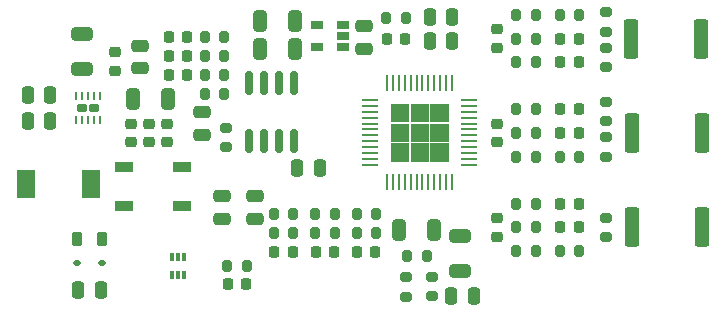
<source format=gbr>
%TF.GenerationSoftware,KiCad,Pcbnew,7.0.7*%
%TF.CreationDate,2023-10-21T19:04:04-04:00*%
%TF.ProjectId,xESC2,78455343-322e-46b6-9963-61645f706362,rev?*%
%TF.SameCoordinates,Original*%
%TF.FileFunction,Paste,Bot*%
%TF.FilePolarity,Positive*%
%FSLAX46Y46*%
G04 Gerber Fmt 4.6, Leading zero omitted, Abs format (unit mm)*
G04 Created by KiCad (PCBNEW 7.0.7) date 2023-10-21 19:04:04*
%MOMM*%
%LPD*%
G01*
G04 APERTURE LIST*
G04 Aperture macros list*
%AMRoundRect*
0 Rectangle with rounded corners*
0 $1 Rounding radius*
0 $2 $3 $4 $5 $6 $7 $8 $9 X,Y pos of 4 corners*
0 Add a 4 corners polygon primitive as box body*
4,1,4,$2,$3,$4,$5,$6,$7,$8,$9,$2,$3,0*
0 Add four circle primitives for the rounded corners*
1,1,$1+$1,$2,$3*
1,1,$1+$1,$4,$5*
1,1,$1+$1,$6,$7*
1,1,$1+$1,$8,$9*
0 Add four rect primitives between the rounded corners*
20,1,$1+$1,$2,$3,$4,$5,0*
20,1,$1+$1,$4,$5,$6,$7,0*
20,1,$1+$1,$6,$7,$8,$9,0*
20,1,$1+$1,$8,$9,$2,$3,0*%
G04 Aperture macros list end*
%ADD10C,0.100000*%
%ADD11R,1.500000X2.400000*%
%ADD12RoundRect,0.249999X0.362501X1.425001X-0.362501X1.425001X-0.362501X-1.425001X0.362501X-1.425001X0*%
%ADD13RoundRect,0.250000X-0.325000X-0.650000X0.325000X-0.650000X0.325000X0.650000X-0.325000X0.650000X0*%
%ADD14RoundRect,0.225000X-0.250000X0.225000X-0.250000X-0.225000X0.250000X-0.225000X0.250000X0.225000X0*%
%ADD15RoundRect,0.250000X0.650000X-0.325000X0.650000X0.325000X-0.650000X0.325000X-0.650000X-0.325000X0*%
%ADD16RoundRect,0.250000X0.475000X-0.250000X0.475000X0.250000X-0.475000X0.250000X-0.475000X-0.250000X0*%
%ADD17RoundRect,0.250000X-0.475000X0.250000X-0.475000X-0.250000X0.475000X-0.250000X0.475000X0.250000X0*%
%ADD18RoundRect,0.250000X0.250000X0.475000X-0.250000X0.475000X-0.250000X-0.475000X0.250000X-0.475000X0*%
%ADD19RoundRect,0.250000X-0.250000X-0.475000X0.250000X-0.475000X0.250000X0.475000X-0.250000X0.475000X0*%
%ADD20RoundRect,0.200000X0.200000X0.275000X-0.200000X0.275000X-0.200000X-0.275000X0.200000X-0.275000X0*%
%ADD21RoundRect,0.225000X0.225000X0.250000X-0.225000X0.250000X-0.225000X-0.250000X0.225000X-0.250000X0*%
%ADD22RoundRect,0.225000X-0.225000X-0.250000X0.225000X-0.250000X0.225000X0.250000X-0.225000X0.250000X0*%
%ADD23RoundRect,0.200000X-0.200000X-0.275000X0.200000X-0.275000X0.200000X0.275000X-0.200000X0.275000X0*%
%ADD24RoundRect,0.200000X-0.275000X0.200000X-0.275000X-0.200000X0.275000X-0.200000X0.275000X0.200000X0*%
%ADD25RoundRect,0.200000X0.275000X-0.200000X0.275000X0.200000X-0.275000X0.200000X-0.275000X-0.200000X0*%
%ADD26RoundRect,0.249999X0.325001X0.650001X-0.325001X0.650001X-0.325001X-0.650001X0.325001X-0.650001X0*%
%ADD27RoundRect,0.225000X0.250000X-0.225000X0.250000X0.225000X-0.250000X0.225000X-0.250000X-0.225000X0*%
%ADD28R,0.279400X1.340599*%
%ADD29R,1.340599X0.279400*%
%ADD30R,1.060000X0.650000*%
%ADD31RoundRect,0.150000X0.150000X-0.825000X0.150000X0.825000X-0.150000X0.825000X-0.150000X-0.825000X0*%
%ADD32R,0.340000X0.700000*%
%ADD33RoundRect,0.182500X-0.222500X0.182500X-0.222500X-0.182500X0.222500X-0.182500X0.222500X0.182500X0*%
%ADD34RoundRect,0.062500X-0.062500X0.300000X-0.062500X-0.300000X0.062500X-0.300000X0.062500X0.300000X0*%
%ADD35RoundRect,0.112500X-0.187500X-0.112500X0.187500X-0.112500X0.187500X0.112500X-0.187500X0.112500X0*%
%ADD36R,1.500000X0.900000*%
%ADD37RoundRect,0.218750X-0.218750X-0.381250X0.218750X-0.381250X0.218750X0.381250X-0.218750X0.381250X0*%
G04 APERTURE END LIST*
%TO.C,U1*%
D10*
X246266034Y-120751900D02*
X244798100Y-120751900D01*
X244798100Y-119283966D01*
X246266034Y-119283966D01*
X246266034Y-120751900D01*
G36*
X246266034Y-120751900D02*
G01*
X244798100Y-120751900D01*
X244798100Y-119283966D01*
X246266034Y-119283966D01*
X246266034Y-120751900D01*
G37*
X247933967Y-120751900D02*
X246466033Y-120751900D01*
X246466033Y-119283966D01*
X247933967Y-119283966D01*
X247933967Y-120751900D01*
G36*
X247933967Y-120751900D02*
G01*
X246466033Y-120751900D01*
X246466033Y-119283966D01*
X247933967Y-119283966D01*
X247933967Y-120751900D01*
G37*
X249601900Y-120751900D02*
X248133966Y-120751900D01*
X248133966Y-119283966D01*
X249601900Y-119283966D01*
X249601900Y-120751900D01*
G36*
X249601900Y-120751900D02*
G01*
X248133966Y-120751900D01*
X248133966Y-119283966D01*
X249601900Y-119283966D01*
X249601900Y-120751900D01*
G37*
X246266034Y-119083967D02*
X244798100Y-119083967D01*
X244798100Y-117616033D01*
X246266034Y-117616033D01*
X246266034Y-119083967D01*
G36*
X246266034Y-119083967D02*
G01*
X244798100Y-119083967D01*
X244798100Y-117616033D01*
X246266034Y-117616033D01*
X246266034Y-119083967D01*
G37*
X247933967Y-119083967D02*
X246466033Y-119083967D01*
X246466033Y-117616033D01*
X247933967Y-117616033D01*
X247933967Y-119083967D01*
G36*
X247933967Y-119083967D02*
G01*
X246466033Y-119083967D01*
X246466033Y-117616033D01*
X247933967Y-117616033D01*
X247933967Y-119083967D01*
G37*
X249601900Y-119083967D02*
X248133966Y-119083967D01*
X248133966Y-117616033D01*
X249601900Y-117616033D01*
X249601900Y-119083967D01*
G36*
X249601900Y-119083967D02*
G01*
X248133966Y-119083967D01*
X248133966Y-117616033D01*
X249601900Y-117616033D01*
X249601900Y-119083967D01*
G37*
X246266034Y-117416034D02*
X244798100Y-117416034D01*
X244798100Y-115948100D01*
X246266034Y-115948100D01*
X246266034Y-117416034D01*
G36*
X246266034Y-117416034D02*
G01*
X244798100Y-117416034D01*
X244798100Y-115948100D01*
X246266034Y-115948100D01*
X246266034Y-117416034D01*
G37*
X247933967Y-117416034D02*
X246466033Y-117416034D01*
X246466033Y-115948100D01*
X247933967Y-115948100D01*
X247933967Y-117416034D01*
G36*
X247933967Y-117416034D02*
G01*
X246466033Y-117416034D01*
X246466033Y-115948100D01*
X247933967Y-115948100D01*
X247933967Y-117416034D01*
G37*
X249601900Y-117416034D02*
X248133966Y-117416034D01*
X248133966Y-115948100D01*
X249601900Y-115948100D01*
X249601900Y-117416034D01*
G36*
X249601900Y-117416034D02*
G01*
X248133966Y-117416034D01*
X248133966Y-115948100D01*
X249601900Y-115948100D01*
X249601900Y-117416034D01*
G37*
%TD*%
D11*
%TO.C,L1*%
X213900000Y-122700000D03*
X219400000Y-122700000D03*
%TD*%
D12*
%TO.C,R3*%
X271100000Y-126400000D03*
X265175000Y-126400000D03*
%TD*%
D13*
%TO.C,C4*%
X245475000Y-126650000D03*
X248425000Y-126650000D03*
%TD*%
D14*
%TO.C,C36*%
X225810000Y-117600000D03*
X225810000Y-119150000D03*
%TD*%
%TO.C,C35*%
X224300000Y-117600000D03*
X224300000Y-119150000D03*
%TD*%
%TO.C,C34*%
X222810000Y-117600000D03*
X222810000Y-119150000D03*
%TD*%
D15*
%TO.C,C22*%
X218650000Y-112975000D03*
X218650000Y-110025000D03*
%TD*%
D16*
%TO.C,C33*%
X230500000Y-123750000D03*
X230500000Y-125650000D03*
%TD*%
D17*
%TO.C,C32*%
X228750000Y-116650000D03*
X228750000Y-118550000D03*
%TD*%
D16*
%TO.C,C18*%
X233300000Y-125650000D03*
X233300000Y-123750000D03*
%TD*%
%TO.C,C17*%
X223550000Y-112900000D03*
X223550000Y-111000000D03*
%TD*%
D13*
%TO.C,C16*%
X222925000Y-115550000D03*
X225875000Y-115550000D03*
%TD*%
D18*
%TO.C,C7*%
X238750000Y-121400000D03*
X236850000Y-121400000D03*
%TD*%
D19*
%TO.C,C6*%
X249900000Y-132200000D03*
X251800000Y-132200000D03*
%TD*%
D15*
%TO.C,C5*%
X250650000Y-127125000D03*
X250650000Y-130075000D03*
%TD*%
D20*
%TO.C,R4*%
X257025000Y-124400000D03*
X255375000Y-124400000D03*
%TD*%
D21*
%TO.C,C15*%
X243475000Y-128450000D03*
X241925000Y-128450000D03*
%TD*%
D22*
%TO.C,C11*%
X244425000Y-110450000D03*
X245975000Y-110450000D03*
%TD*%
D16*
%TO.C,C13*%
X242500000Y-111250000D03*
X242500000Y-109350000D03*
%TD*%
D22*
%TO.C,C25*%
X259125000Y-116400000D03*
X260675000Y-116400000D03*
%TD*%
%TO.C,C26*%
X259125000Y-112400000D03*
X260675000Y-112400000D03*
%TD*%
D20*
%TO.C,R5*%
X257025000Y-118400000D03*
X255375000Y-118400000D03*
%TD*%
%TO.C,R6*%
X257025000Y-120400000D03*
X255375000Y-120400000D03*
%TD*%
D21*
%TO.C,C27*%
X239975000Y-128450000D03*
X238425000Y-128450000D03*
%TD*%
D12*
%TO.C,R7*%
X271100000Y-118400000D03*
X265175000Y-118400000D03*
%TD*%
D21*
%TO.C,C28*%
X236475000Y-128450000D03*
X234925000Y-128450000D03*
%TD*%
D20*
%TO.C,R8*%
X257025000Y-116400000D03*
X255375000Y-116400000D03*
%TD*%
%TO.C,R9*%
X257025000Y-110400000D03*
X255375000Y-110400000D03*
%TD*%
%TO.C,R10*%
X257025000Y-108400000D03*
X255375000Y-108400000D03*
%TD*%
D12*
%TO.C,R11*%
X271062500Y-110400000D03*
X265137500Y-110400000D03*
%TD*%
D23*
%TO.C,R13*%
X247825000Y-128850000D03*
X246175000Y-128850000D03*
%TD*%
D24*
%TO.C,R14*%
X248300000Y-130575000D03*
X248300000Y-132225000D03*
%TD*%
D25*
%TO.C,R15*%
X246050000Y-132275000D03*
X246050000Y-130625000D03*
%TD*%
D23*
%TO.C,R17*%
X241875000Y-125250000D03*
X243525000Y-125250000D03*
%TD*%
D20*
%TO.C,R18*%
X243525000Y-126850000D03*
X241875000Y-126850000D03*
%TD*%
D23*
%TO.C,R19*%
X238375000Y-125250000D03*
X240025000Y-125250000D03*
%TD*%
D20*
%TO.C,R20*%
X240025000Y-126850000D03*
X238375000Y-126850000D03*
%TD*%
D23*
%TO.C,R21*%
X234875000Y-125250000D03*
X236525000Y-125250000D03*
%TD*%
D20*
%TO.C,R22*%
X236525000Y-126850000D03*
X234875000Y-126850000D03*
%TD*%
D23*
%TO.C,R29*%
X244375000Y-108700000D03*
X246025000Y-108700000D03*
%TD*%
D20*
%TO.C,R2*%
X257025000Y-128400000D03*
X255375000Y-128400000D03*
%TD*%
D18*
%TO.C,C12*%
X249950000Y-110600000D03*
X248050000Y-110600000D03*
%TD*%
D19*
%TO.C,C14*%
X248050000Y-108600000D03*
X249950000Y-108600000D03*
%TD*%
D21*
%TO.C,C29*%
X260675000Y-126400000D03*
X259125000Y-126400000D03*
%TD*%
%TO.C,C30*%
X260675000Y-118400000D03*
X259125000Y-118400000D03*
%TD*%
D24*
%TO.C,R25*%
X263000000Y-118775000D03*
X263000000Y-120425000D03*
%TD*%
D21*
%TO.C,C31*%
X260675000Y-110400000D03*
X259125000Y-110400000D03*
%TD*%
D20*
%TO.C,R24*%
X260725000Y-128400000D03*
X259075000Y-128400000D03*
%TD*%
%TO.C,R28*%
X260725000Y-108400000D03*
X259075000Y-108400000D03*
%TD*%
D24*
%TO.C,R23*%
X263000000Y-125575000D03*
X263000000Y-127225000D03*
%TD*%
D20*
%TO.C,R26*%
X260725000Y-120400000D03*
X259075000Y-120400000D03*
%TD*%
D26*
%TO.C,C21*%
X236675000Y-108900000D03*
X233725000Y-108900000D03*
%TD*%
%TO.C,C20*%
X236675000Y-111300000D03*
X233725000Y-111300000D03*
%TD*%
D14*
%TO.C,C9*%
X253800000Y-117625000D03*
X253800000Y-119175000D03*
%TD*%
%TO.C,C8*%
X253800000Y-125625000D03*
X253800000Y-127175000D03*
%TD*%
D27*
%TO.C,C10*%
X253800000Y-111175000D03*
X253800000Y-109625000D03*
%TD*%
D28*
%TO.C,U1*%
X249950000Y-122525501D03*
X249450001Y-122525501D03*
X248949999Y-122525501D03*
X248450000Y-122525501D03*
X247950001Y-122525501D03*
X247450000Y-122525501D03*
X246950000Y-122525501D03*
X246449999Y-122525501D03*
X245950000Y-122525501D03*
X245450001Y-122525501D03*
X244949999Y-122525501D03*
X244450000Y-122525501D03*
D29*
X243024499Y-121100000D03*
X243024499Y-120600001D03*
X243024499Y-120099999D03*
X243024499Y-119600000D03*
X243024499Y-119100001D03*
X243024499Y-118600000D03*
X243024499Y-118100000D03*
X243024499Y-117599999D03*
X243024499Y-117100000D03*
X243024499Y-116600001D03*
X243024499Y-116099999D03*
X243024499Y-115600000D03*
D28*
X244450000Y-114174499D03*
X244949999Y-114174499D03*
X245450001Y-114174499D03*
X245950000Y-114174499D03*
X246449999Y-114174499D03*
X246950000Y-114174499D03*
X247450000Y-114174499D03*
X247950001Y-114174499D03*
X248450000Y-114174499D03*
X248949999Y-114174499D03*
X249450001Y-114174499D03*
X249950000Y-114174499D03*
D29*
X251375501Y-115600000D03*
X251375501Y-116099999D03*
X251375501Y-116600001D03*
X251375501Y-117100000D03*
X251375501Y-117599999D03*
X251375501Y-118100000D03*
X251375501Y-118600000D03*
X251375501Y-119100001D03*
X251375501Y-119600000D03*
X251375501Y-120099999D03*
X251375501Y-120600001D03*
X251375501Y-121100000D03*
%TD*%
D20*
%TO.C,R1*%
X257025000Y-126400000D03*
X255375000Y-126400000D03*
%TD*%
D25*
%TO.C,R27*%
X263000000Y-109825000D03*
X263000000Y-108175000D03*
%TD*%
D20*
%TO.C,R12*%
X257025000Y-112400000D03*
X255375000Y-112400000D03*
%TD*%
D22*
%TO.C,C24*%
X259125000Y-124400000D03*
X260675000Y-124400000D03*
%TD*%
D30*
%TO.C,U2*%
X240700000Y-109250000D03*
X240700000Y-110200000D03*
X240700000Y-111150000D03*
X238500000Y-111150000D03*
X238500000Y-109250000D03*
%TD*%
D31*
%TO.C,U5*%
X236605000Y-119075000D03*
X235335000Y-119075000D03*
X234065000Y-119075000D03*
X232795000Y-119075000D03*
X232795000Y-114125000D03*
X234065000Y-114125000D03*
X235335000Y-114125000D03*
X236605000Y-114125000D03*
%TD*%
D20*
%TO.C,R33*%
X230675000Y-113500000D03*
X229025000Y-113500000D03*
%TD*%
%TO.C,R34*%
X230675000Y-111900000D03*
X229025000Y-111900000D03*
%TD*%
D21*
%TO.C,C45*%
X227525000Y-113500000D03*
X225975000Y-113500000D03*
%TD*%
%TO.C,C46*%
X227525000Y-111900000D03*
X225975000Y-111900000D03*
%TD*%
D20*
%TO.C,R35*%
X230675000Y-110300000D03*
X229025000Y-110300000D03*
%TD*%
%TO.C,R30*%
X230675000Y-115100000D03*
X229025000Y-115100000D03*
%TD*%
D21*
%TO.C,C47*%
X227525000Y-110300000D03*
X225975000Y-110300000D03*
%TD*%
D25*
%TO.C,R41*%
X263000000Y-112825000D03*
X263000000Y-111175000D03*
%TD*%
%TO.C,TH1*%
X263000000Y-117425000D03*
X263000000Y-115775000D03*
%TD*%
%TO.C,R36*%
X230800000Y-119600000D03*
X230800000Y-117950000D03*
%TD*%
D19*
%TO.C,C68*%
X218300000Y-131650000D03*
X220200000Y-131650000D03*
%TD*%
D32*
%TO.C,D8*%
X226250000Y-128900000D03*
X226750000Y-128900000D03*
X227250000Y-128900000D03*
X227250000Y-130400000D03*
X226750000Y-130400000D03*
X226250000Y-130400000D03*
%TD*%
D14*
%TO.C,C23*%
X221400000Y-111575000D03*
X221400000Y-113125000D03*
%TD*%
D33*
%TO.C,IC2*%
X219630000Y-116285000D03*
X218630000Y-116285000D03*
D34*
X218130000Y-115272500D03*
X218630000Y-115272500D03*
X219130000Y-115272500D03*
X219630000Y-115272500D03*
X220130000Y-115272500D03*
X220130000Y-117297500D03*
X219630000Y-117297500D03*
X219130000Y-117297500D03*
X218630000Y-117297500D03*
X218130000Y-117297500D03*
%TD*%
D19*
%TO.C,C55*%
X214050000Y-115150000D03*
X215950000Y-115150000D03*
%TD*%
%TO.C,C56*%
X214050000Y-117400000D03*
X215950000Y-117400000D03*
%TD*%
D35*
%TO.C,D11*%
X218200000Y-129400000D03*
X220300000Y-129400000D03*
%TD*%
D36*
%TO.C,IC3*%
X222200000Y-124600000D03*
X222200000Y-121300000D03*
X227100000Y-121300000D03*
X227100000Y-124600000D03*
%TD*%
D23*
%TO.C,R82*%
X230925000Y-129650000D03*
X232575000Y-129650000D03*
%TD*%
D21*
%TO.C,C70*%
X232525000Y-131150000D03*
X230975000Y-131150000D03*
%TD*%
D37*
%TO.C,L3*%
X218187500Y-127400000D03*
X220312500Y-127400000D03*
%TD*%
M02*

</source>
